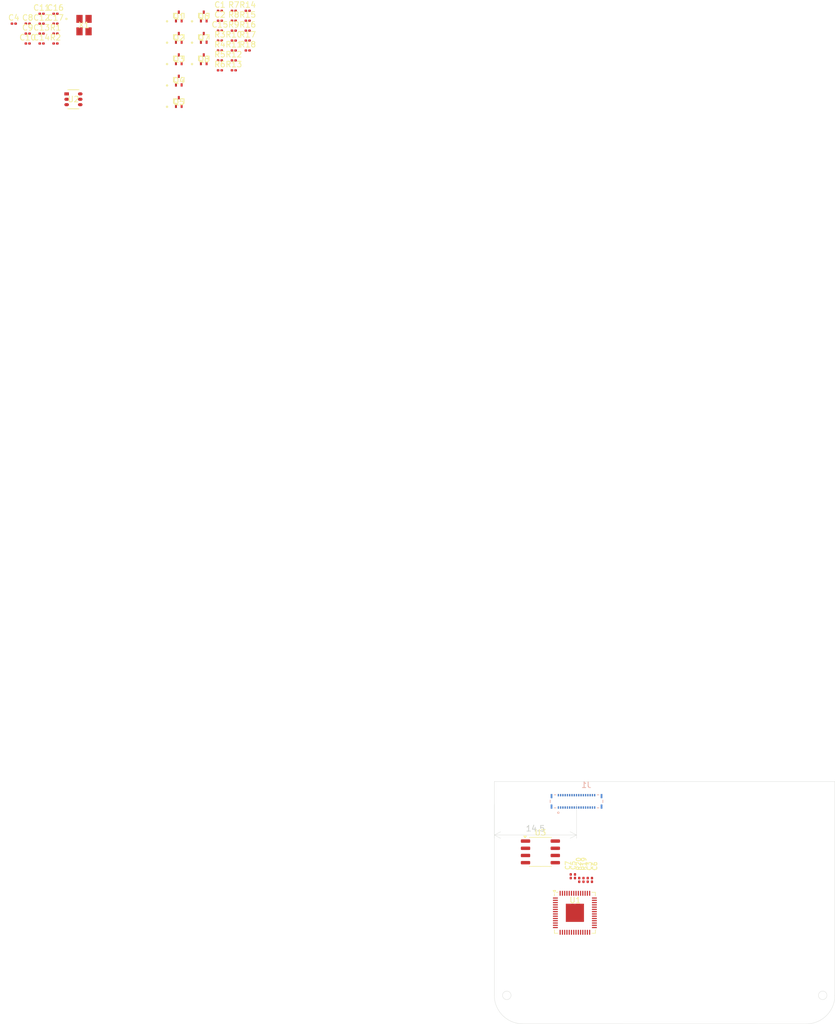
<source format=kicad_pcb>
(kicad_pcb (version 20241229) (generator "pcbnew") (generator_version "9.0")
  (layers (0 "F.Cu" signal) (2 "B.Cu" signal) (13 "F.Paste" user) (15 "B.Paste" user) (5 "F.SilkS" user "F.Silkscreen") (7 "B.SilkS" user "B.Silkscreen") (1 "F.Mask" user) (3 "B.Mask" user) (25 "Edge.Cuts" user))
  (net 0 "")
  (net 1 "GND")
  (net 2 "+1V1")
  (net 3 "KB_BLK_LED_A")
  (net 4 "Net-(U1-XIN)")
  (net 5 "Net-(C17-Pad1)")
  (net 6 "/~{QSPI_CS}")
  (net 7 "Net-(U1-XOUT)")
  (net 8 "/QSPI_SCK")
  (net 33 "/QSPI_SD0")
  (net 35 "/QSPI_SD1")
  (net 37 "/QSPI_SD2")
  (net 39 "/QSPI_SD3")
  (net 45 "/USB_D-")
  (net 47 "Net-(U1-USB_DM)")
  (net 50 "+1V8")
  (net 51 "+2V8")
  (net 52 "KB_BLK_LED_K_3V3")
  (net 53 "KB_BLK_LED_K_1V8")
  (net 54 "PANNEL_BLK_LED_K_1V8")
  (net 55 "PANNEL_BLK_LED_K_3V3")
  (net 56 "TP_BLK_LED_K_3V3")
  (net 57 "TP_BLK_LED_K_1V8")
  (net 58 "TP_SHUTDOWN_1V8")
  (net 59 "TP_SHUTDOWN_3V3")
  (net 60 "TP_MOTION_1V8")
  (net 61 "TP_MOTION_3V3")
  (net 62 "TP_RESET_1V8")
  (net 63 "TP_RESET_3V3")
  (net 64 "TP_SCL_3V3")
  (net 65 "TP_SCL_1V8")
  (net 66 "TP_SDA_3V3")
  (net 67 "TP_SDA_1V8")
  (net 68 "COL3")
  (net 69 "COL2")
  (net 70 "COL1")
  (net 71 "ROW3")
  (net 72 "ROW1")
  (net 74 "ROW2")
  (net 75 "COL6")
  (net 76 "COL4")
  (net 77 "ROW4")
  (net 78 "COL5")
  (net 79 "ROW7")
  (net 80 "ROW6")
  (net 81 "ROW5")
  (net 82 "/USB_D+")
  (net 83 "Net-(U1-USB_DP)")
  (footprint "Resistor_SMD:R_0201_0603Metric" (layer "F.Cu") (at 24.235 -3.58)
    (property "Reference" "R18" (at 0 -1.05 0) (layer "F.SilkS"))
    (property "Value" "10K")
    (pad "1" smd roundrect (at -0.32 0) (size 0.46 0.4) (layers "F.Cu" "F.Mask") (net 3 "KB_BLK_LED_A"))
    (pad "2" smd roundrect (at 0.32 0) (size 0.46 0.4) (layers "F.Cu" "F.Mask") (net 66 "TP_SDA_3V3"))
  )
  (footprint "Capacitor_SMD:C_0201_0603Metric" (layer "F.Cu") (at -12.11 -4.81)
    (property "Reference" "C14" (at 0 -1.05 0) (layer "F.SilkS"))
    (property "Value" "100nF")
    (pad "1" smd roundrect (at -0.32 0) (size 0.46 0.4) (layers "F.Cu" "F.Mask") (net 3 "KB_BLK_LED_A"))
    (pad "2" smd roundrect (at 0.32 0) (size 0.46 0.4) (layers "F.Cu" "F.Mask") (net 1 "GND"))
  )
  (footprint "Capacitor_SMD:C_0201_0603Metric" (layer "F.Cu") (at -12.11 -6.56)
    (property "Reference" "C13" (at 0 -1.05 0) (layer "F.SilkS"))
    (property "Value" "100nF")
    (pad "1" smd roundrect (at -0.32 0) (size 0.46 0.4) (layers "F.Cu" "F.Mask") (net 3 "KB_BLK_LED_A"))
    (pad "2" smd roundrect (at 0.32 0) (size 0.46 0.4) (layers "F.Cu" "F.Mask") (net 1 "GND"))
  )
  (footprint "Resistor_SMD:R_0201_0603Metric" (layer "F.Cu") (at 19.335 -5.33)
    (property "Reference" "R3" (at 0 -1.05 0) (layer "F.SilkS"))
    (property "Value" "10K")
    (pad "1" smd roundrect (at -0.32 0) (size 0.46 0.4) (layers "F.Cu" "F.Mask") (net 3 "KB_BLK_LED_A"))
    (pad "2" smd roundrect (at 0.32 0) (size 0.46 0.4) (layers "F.Cu" "F.Mask") (net 52 "KB_BLK_LED_K_3V3"))
  )
  (footprint "Capacitor_SMD:C_0201_0603Metric" (layer "F.Cu") (at 84.94 142.65 90)
    (property "Reference" "C6" (at 2.44 0.51 270) (layer "F.SilkS") (effects (font (size 0.8 0.8))))
    (property "Value" "1uF")
    (pad "1" smd roundrect (at -0.32 0 90) (size 0.46 0.4) (layers "F.Cu" "F.Mask") (net 3 "KB_BLK_LED_A"))
    (pad "2" smd roundrect (at 0.32 0 90) (size 0.46 0.4) (layers "F.Cu" "F.Mask") (net 1 "GND"))
  )
  (footprint "RE1C002UNTCL:DIO_RB558WMF_ROM" (layer "F.Cu") (at 12.0833 -2.0335)
    (property "Reference" "Q3" (at 0 0 0) (layer "F.SilkS"))
    (property "Value" "RE1C002UNTCL")
    (fp_line (start -0.9271 -0.5588) (end -0.9271 0.249525) (stroke (width 0.1524)) (layer "F.SilkS"))
    (fp_line (start -0.51054 -0.5588) (end -0.9271 -0.5588) (stroke (width 0.1524)) (layer "F.SilkS"))
    (fp_line (start 0.9271 -0.5588) (end 0.51054 -0.5588) (stroke (width 0.1524)) (layer "F.SilkS"))
    (fp_line (start 0.9271 0.249525) (end 0.9271 -0.5588) (stroke (width 0.1524)) (layer "F.SilkS"))
    (fp_circle (center -2.0701 0.8509) (end -1.9431 0.8509) (stroke (width 0.1524)) (fill no) (layer "F.SilkS"))
    (pad "1" smd rect (at -0.499999 0.762) (size 0.3556 0.5842) (layers "F.Cu" "F.Mask" "F.Paste") (net 50 "+1V8"))
    (pad "2" smd rect (at 0.499999 0.762) (size 0.3556 0.5842) (layers "F.Cu" "F.Mask" "F.Paste") (net 57 "TP_BLK_LED_K_1V8"))
    (pad "3" smd rect (at 0 -0.762) (size 0.3556 0.5842) (layers "F.Cu" "F.Mask" "F.Paste") (net 56 "TP_BLK_LED_K_3V3"))
  )
  (footprint "Capacitor_SMD:C_0201_0603Metric" (layer "F.Cu") (at 81.9496 142.005 90)
    (property "Reference" "C5" (at 1.91 -0.318 90) (layer "F.SilkS") (effects (font (size 0.8 0.8))))
    (property "Value" "100nF")
    (pad "1" smd roundrect (at -0.32 0 90) (size 0.46 0.4) (layers "F.Cu" "F.Mask") (net 2 "+1V1"))
    (pad "2" smd roundrect (at 0.32 0 90) (size 0.46 0.4) (layers "F.Cu" "F.Mask") (net 1 "GND"))
  )
  (footprint "Package_SO:SOP-8_3.9x4.9mm_P1.27mm" (layer "F.Cu") (at 75.85 137.71)
    (property "Reference" "U3" (at 0 -3.4 0) (layer "F.SilkS"))
    (property "Value" "GD25Q16ETIGR")
    (fp_line (start 0 -2.56) (end -1.95 -2.56) (stroke (width 0.12)) (layer "F.SilkS"))
    (fp_line (start 0 -2.56) (end 1.95 -2.56) (stroke (width 0.12)) (layer "F.SilkS"))
    (fp_line (start 0 2.56) (end -1.95 2.56) (stroke (width 0.12)) (layer "F.SilkS"))
    (fp_line (start 0 2.56) (end 1.95 2.56) (stroke (width 0.12)) (layer "F.SilkS"))
    (fp_poly (pts (xy -2.7 -2.465) (xy -2.94 -2.795) (xy -2.46 -2.795) (xy -2.7 -2.465)) (stroke (width 0.12)) (fill yes) (layer "F.SilkS"))
    (pad "1" smd roundrect (at -2.625 -1.905) (size 1.65 0.6) (layers "F.Cu" "F.Mask" "F.Paste") (net 6 "/~{QSPI_CS}"))
    (pad "2" smd roundrect (at -2.625 -0.635) (size 1.65 0.6) (layers "F.Cu" "F.Mask" "F.Paste") (net 35 "/QSPI_SD1"))
    (pad "3" smd roundrect (at -2.625 0.635) (size 1.65 0.6) (layers "F.Cu" "F.Mask" "F.Paste") (net 37 "/QSPI_SD2"))
    (pad "4" smd roundrect (at -2.625 1.905) (size 1.65 0.6) (layers "F.Cu" "F.Mask" "F.Paste") (net 1 "GND"))
    (pad "5" smd roundrect (at 2.625 1.905) (size 1.65 0.6) (layers "F.Cu" "F.Mask" "F.Paste") (net 33 "/QSPI_SD0"))
    (pad "6" smd roundrect (at 2.625 0.635) (size 1.65 0.6) (layers "F.Cu" "F.Mask" "F.Paste") (net 8 "/QSPI_SCK"))
    (pad "7" smd roundrect (at 2.625 -0.635) (size 1.65 0.6) (layers "F.Cu" "F.Mask" "F.Paste") (net 39 "/QSPI_SD3"))
    (pad "8" smd roundrect (at 2.625 -1.905) (size 1.65 0.6) (layers "F.Cu" "F.Mask" "F.Paste") (net 3 "KB_BLK_LED_A"))
  )
  (footprint "Capacitor_SMD:C_0201_0603Metric" (layer "F.Cu") (at 19.335 -8.83)
    (property "Reference" "C2" (at 0 -1.05 0) (layer "F.SilkS"))
    (property "Value" "1uF")
    (pad "1" smd roundrect (at -0.32 0) (size 0.46 0.4) (layers "F.Cu" "F.Mask") (net 1 "GND"))
    (pad "2" smd roundrect (at 0.32 0) (size 0.46 0.4) (layers "F.Cu" "F.Mask") (net 50 "+1V8"))
  )
  (footprint "Package_DFN_QFN:QFN-56-1EP_7x7mm_P0.4mm_EP3.2x3.2mm" (layer "F.Cu") (at 81.9325 148.45)
    (property "Reference" "U1" (at 0.0575 -2.22 0) (layer "F.SilkS"))
    (property "Value" "RP2040")
    (fp_line (start -3.61 -2.96) (end -3.61 -3.37) (stroke (width 0.12)) (layer "F.SilkS"))
    (fp_line (start -3.61 3.61) (end -3.61 2.96) (stroke (width 0.12)) (layer "F.SilkS"))
    (fp_line (start -2.96 -3.61) (end -3.31 -3.61) (stroke (width 0.12)) (layer "F.SilkS"))
    (fp_line (start -2.96 3.61) (end -3.61 3.61) (stroke (width 0.12)) (layer "F.SilkS"))
    (fp_line (start 2.96 -3.61) (end 3.61 -3.61) (stroke (width 0.12)) (layer "F.SilkS"))
    (fp_line (start 2.96 3.61) (end 3.61 3.61) (stroke (width 0.12)) (layer "F.SilkS"))
    (fp_line (start 3.61 -3.61) (end 3.61 -2.96) (stroke (width 0.12)) (layer "F.SilkS"))
    (fp_line (start 3.61 3.61) (end 3.61 2.96) (stroke (width 0.12)) (layer "F.SilkS"))
    (fp_poly (pts (xy -3.61 -3.61) (xy -3.85 -3.94) (xy -3.37 -3.94) (xy -3.61 -3.61)) (stroke (width 0.12)) (fill yes) (layer "F.SilkS"))
    (pad "1" smd roundrect (at -3.4375 -2.6) (size 0.875 0.2) (layers "F.Cu" "F.Mask" "F.Paste") (net 3 "KB_BLK_LED_A"))
    (pad "2" smd roundrect (at -3.4375 -2.2) (size 0.875 0.2) (layers "F.Cu" "F.Mask" "F.Paste"))
    (pad "3" smd roundrect (at -3.4375 -1.8) (size 0.875 0.2) (layers "F.Cu" "F.Mask" "F.Paste"))
    (pad "4" smd roundrect (at -3.4375 -1.4) (size 0.875 0.2) (layers "F.Cu" "F.Mask" "F.Paste"))
    (pad "5" smd roundrect (at -3.4375 -1) (size 0.875 0.2) (layers "F.Cu" "F.Mask" "F.Paste"))
    (pad "6" smd roundrect (at -3.4375 -0.6) (size 0.875 0.2) (layers "F.Cu" "F.Mask" "F.Paste"))
    (pad "7" smd roundrect (at -3.4375 -0.2) (size 0.875 0.2) (layers "F.Cu" "F.Mask" "F.Paste"))
    (pad "8" smd roundrect (at -3.4375 0.2) (size 0.875 0.2) (layers "F.Cu" "F.Mask" "F.Paste"))
    (pad "9" smd roundrect (at -3.4375 0.6) (size 0.875 0.2) (layers "F.Cu" "F.Mask" "F.Paste"))
    (pad "10" smd roundrect (at -3.4375 1) (size 0.875 0.2) (layers "F.Cu" "F.Mask" "F.Paste") (net 3 "KB_BLK_LED_A"))
    (pad "11" smd roundrect (at -3.4375 1.4) (size 0.875 0.2) (layers "F.Cu" "F.Mask" "F.Paste"))
    (pad "12" smd roundrect (at -3.4375 1.8) (size 0.875 0.2) (layers "F.Cu" "F.Mask" "F.Paste"))
    (pad "13" smd roundrect (at -3.4375 2.2) (size 0.875 0.2) (layers "F.Cu" "F.Mask" "F.Paste"))
    (pad "14" smd roundrect (at -3.4375 2.6) (size 0.875 0.2) (layers "F.Cu" "F.Mask" "F.Paste"))
    (pad "15" smd roundrect (at -2.6 3.4375) (size 0.2 0.875) (layers "F.Cu" "F.Mask" "F.Paste"))
    (pad "16" smd roundrect (at -2.2 3.4375) (size 0.2 0.875) (layers "F.Cu" "F.Mask" "F.Paste"))
    (pad "17" smd roundrect (at -1.8 3.4375) (size 0.2 0.875) (layers "F.Cu" "F.Mask" "F.Paste"))
    (pad "18" smd roundrect (at -1.4 3.4375) (size 0.2 0.875) (layers "F.Cu" "F.Mask" "F.Paste"))
    (pad "19" smd roundrect (at -1 3.4375) (size 0.2 0.875) (layers "F.Cu" "F.Mask" "F.Paste"))
    (pad "20" smd roundrect (at -0.6 3.4375) (size 0.2 0.875) (layers "F.Cu" "F.Mask" "F.Paste") (net 4 "Net-(U1-XIN)"))
    (pad "21" smd roundrect (at -0.2 3.4375) (size 0.2 0.875) (layers "F.Cu" "F.Mask" "F.Paste") (net 7 "Net-(U1-XOUT)"))
    (pad "22" smd roundrect (at 0.2 3.4375) (size 0.2 0.875) (layers "F.Cu" "F.Mask" "F.Paste") (net 3 "KB_BLK_LED_A"))
    (pad "23" smd roundrect (at 0.6 3.4375) (size 0.2 0.875) (layers "F.Cu" "F.Mask" "F.Paste") (net 2 "+1V1"))
    (pad "24" smd roundrect (at 1 3.4375) (size 0.2 0.875) (layers "F.Cu" "F.Mask" "F.Paste"))
    (pad "25" smd roundrect (at 1.4 3.4375) (size 0.2 0.875) (layers "F.Cu" "F.Mask" "F.Paste"))
    (pad "26" smd roundrect (at 1.8 3.4375) (size 0.2 0.875) (layers "F.Cu" "F.Mask" "F.Paste"))
    (pad "27" smd roundrect (at 2.2 3.4375) (size 0.2 0.875) (layers "F.Cu" "F.Mask" "F.Paste"))
    (pad "28" smd roundrect (at 2.6 3.4375) (size 0.2 0.875) (layers "F.Cu" "F.Mask" "F.Paste"))
    (pad "29" smd roundrect (at 3.4375 2.6) (size 0.875 0.2) (layers "F.Cu" "F.Mask" "F.Paste"))
    (pad "30" smd roundrect (at 3.4375 2.2) (size 0.875 0.2) (layers "F.Cu" "F.Mask" "F.Paste"))
    (pad "31" smd roundrect (at 3.4375 1.8) (size 0.875 0.2) (layers "F.Cu" "F.Mask" "F.Paste"))
    (pad "32" smd roundrect (at 3.4375 1.4) (size 0.875 0.2) (layers "F.Cu" "F.Mask" "F.Paste"))
    (pad "33" smd roundrect (at 3.4375 1) (size 0.875 0.2) (layers "F.Cu" "F.Mask" "F.Paste") (net 3 "KB_BLK_LED_A"))
    (pad "34" smd roundrect (at 3.4375 0.6) (size 0.875 0.2) (layers "F.Cu" "F.Mask" "F.Paste"))
    (pad "35" smd roundrect (at 3.4375 0.2) (size 0.875 0.2) (layers "F.Cu" "F.Mask" "F.Paste"))
    (pad "36" smd roundrect (at 3.4375 -0.2) (size 0.875 0.2) (layers "F.Cu" "F.Mask" "F.Paste"))
    (pad "37" smd roundrect (at 3.4375 -0.6) (size 0.875 0.2) (layers "F.Cu" "F.Mask" "F.Paste"))
    (pad "38" smd roundrect (at 3.4375 -1) (size 0.875 0.2) (layers "F.Cu" "F.Mask" "F.Paste"))
    (pad "39" smd roundrect (at 3.4375 -1.4) (size 0.875 0.2) (layers "F.Cu" "F.Mask" "F.Paste"))
    (pad "40" smd roundrect (at 3.4375 -1.8) (size 0.875 0.2) (layers "F.Cu" "F.Mask" "F.Paste"))
    (pad "41" smd roundrect (at 3.4375 -2.2) (size 0.875 0.2) (layers "F.Cu" "F.Mask" "F.Paste"))
    (pad "42" smd roundrect (at 3.4375 -2.6) (size 0.875 0.2) (layers "F.Cu" "F.Mask" "F.Paste") (net 3 "KB_BLK_LED_A"))
    (pad "43" smd roundrect (at 2.6 -3.4375) (size 0.2 0.875) (layers "F.Cu" "F.Mask" "F.Paste") (net 3 "KB_BLK_LED_A"))
    (pad "44" smd roundrect (at 2.2 -3.4375) (size 0.2 0.875) (layers "F.Cu" "F.Mask" "F.Paste") (net 3 "KB_BLK_LED_A"))
    (pad "45" smd roundrect (at 1.8 -3.4375) (size 0.2 0.875) (layers "F.Cu" "F.Mask" "F.Paste") (net 2 "+1V1"))
    (pad "46" smd roundrect (at 1.4 -3.4375) (size 0.2 0.875) (layers "F.Cu" "F.Mask" "F.Paste") (net 47 "Net-(U1-USB_DM)"))
    (pad "47" smd roundrect (at 1 -3.4375) (size 0.2 0.875) (layers "F.Cu" "F.Mask" "F.Paste") (net 83 "Net-(U1-USB_DP)"))
    (pad "48" smd roundrect (at 0.6 -3.4375) (size 0.2 0.875) (layers "F.Cu" "F.Mask" "F.Paste") (net 3 "KB_BLK_LED_A"))
    (pad "49" smd roundrect (at 0.2 -3.4375) (size 0.2 0.875) (layers "F.Cu" "F.Mask" "F.Paste") (net 3 "KB_BLK_LED_A"))
    (pad "50" smd roundrect (at -0.2 -3.4375) (size 0.2 0.875) (layers "F.Cu" "F.Mask" "F.Paste") (net 2 "+1V1"))
    (pad "51" smd roundrect (at -0.6 -3.4375) (size 0.2 0.875) (layers "F.Cu" "F.Mask" "F.Paste") (net 39 "/QSPI_SD3"))
    (pad "52" smd roundrect (at -1 -3.4375) (size 0.2 0.875) (layers "F.Cu" "F.Mask" "F.Paste") (net 8 "/QSPI_SCK"))
    (pad "53" smd roundrect (at -1.4 -3.4375) (size 0.2 0.875) (layers "F.Cu" "F.Mask" "F.Paste") (net 33 "/QSPI_SD0"))
    (pad "54" smd roundrect (at -1.8 -3.4375) (size 0.2 0.875) (layers "F.Cu" "F.Mask" "F.Paste") (net 37 "/QSPI_SD2"))
    (pad "55" smd roundrect (at -2.2 -3.4375) (size 0.2 0.875) (layers "F.Cu" "F.Mask" "F.Paste") (net 35 "/QSPI_SD1"))
    (pad "56" smd roundrect (at -2.6 -3.4375) (size 0.2 0.875) (layers "F.Cu" "F.Mask" "F.Paste") (net 6 "/~{QSPI_CS}"))
    (pad "57" smd rect (at 0 0) (size 3.2 3.2) (property pad_prop_heatsink) (layers "F.Cu" "F.Mask"))
  )
  (footprint "Resistor_SMD:R_0201_0603Metric" (layer "F.Cu") (at -9.66 -4.81)
    (property "Reference" "R2" (at 0 -1.05 0) (layer "F.SilkS"))
    (property "Value" "1k")
    (pad "1" smd roundrect (at -0.32 0) (size 0.46 0.4) (layers "F.Cu" "F.Mask") (net 5 "Net-(C17-Pad1)"))
    (pad "2" smd roundrect (at 0.32 0) (size 0.46 0.4) (layers "F.Cu" "F.Mask") (net 7 "Net-(U1-XOUT)"))
  )
  (footprint "AP7312-1828W6-7:SOT26_DIO" (layer "F.Cu") (at -6.494799 5.025199)
    (property "Reference" "U2" (at 0 0 0) (layer "F.SilkS"))
    (property "Value" "AP7312-1828W6-7")
    (fp_line (start -0.977 1.676999) (end 0.977 1.676999) (stroke (width 0.1524)) (layer "F.SilkS"))
    (fp_line (start 0.977 -1.676999) (end -0.977 -1.676999) (stroke (width 0.1524)) (layer "F.SilkS"))
    (pad "1" smd rect (at -1.2 -0.950001) (size 0.8 0.55) (layers "F.Cu" "F.Mask" "F.Paste") (net 51 "+2V8"))
    (pad "2" smd oval (at -1.2 0) (size 0.8 0.55) (layers "F.Cu" "F.Mask" "F.Paste") (net 1 "GND"))
    (pad "3" smd oval (at -1.2 0.950001) (size 0.8 0.55) (layers "F.Cu" "F.Mask" "F.Paste") (net 3 "KB_BLK_LED_A"))
    (pad "4" smd oval (at 1.2 0.950001) (size 0.8 0.55) (layers "F.Cu" "F.Mask" "F.Paste") (net 3 "KB_BLK_LED_A"))
    (pad "5" smd oval (at 1.2 0) (size 0.8 0.55) (layers "F.Cu" "F.Mask" "F.Paste") (net 3 "KB_BLK_LED_A"))
    (pad "6" smd oval (at 1.2 -0.950001) (size 0.8 0.55) (layers "F.Cu" "F.Mask" "F.Paste") (net 50 "+1V8"))
  )
  (footprint "Resistor_SMD:R_0201_0603Metric" (layer "F.Cu") (at 24.235 -5.33)
    (property "Reference" "R17" (at 0 -1.05 0) (layer "F.SilkS"))
    (property "Value" "10K")
    (pad "1" smd roundrect (at -0.32 0) (size 0.46 0.4) (layers "F.Cu" "F.Mask") (net 50 "+1V8"))
    (pad "2" smd roundrect (at 0.32 0) (size 0.46 0.4) (layers "F.Cu" "F.Mask") (net 67 "TP_SDA_1V8"))
  )
  (footprint "Resistor_SMD:R_0201_0603Metric" (layer "F.Cu") (at 21.785 -7.08)
    (property "Reference" "R9" (at 0 -1.05 0) (layer "F.SilkS"))
    (property "Value" "10K")
    (pad "1" smd roundrect (at -0.32 0) (size 0.46 0.4) (layers "F.Cu" "F.Mask") (net 50 "+1V8"))
    (pad "2" smd roundrect (at 0.32 0) (size 0.46 0.4) (layers "F.Cu" "F.Mask") (net 58 "TP_SHUTDOWN_1V8"))
  )
  (footprint "Resistor_SMD:R_0201_0603Metric" (layer "F.Cu") (at 19.335 -0.08)
    (property "Reference" "R6" (at 0 -1.05 0) (layer "F.SilkS"))
    (property "Value" "10K")
    (pad "1" smd roundrect (at -0.32 0) (size 0.46 0.4) (layers "F.Cu" "F.Mask") (net 3 "KB_BLK_LED_A"))
    (pad "2" smd roundrect (at 0.32 0) (size 0.46 0.4) (layers "F.Cu" "F.Mask") (net 55 "PANNEL_BLK_LED_K_3V3"))
  )
  (footprint "ABM8-272-T3:ABM8-272-T3_ABR" (layer "F.Cu") (at -4.6302 -8.0508)
    (property "Reference" "X1" (at 0 0 0) (layer "F.SilkS"))
    (property "Value" "ABM8-272-T3")
    (fp_circle (center -3.1016 -1.1) (end -2.9746 -1.1) (stroke (width 0.1524)) (fill no) (layer "F.SilkS"))
    (pad "1" smd rect (at -0.800001 -1.1) (size 1.1 1.4) (layers "F.Cu" "F.Mask" "F.Paste") (net 4 "Net-(U1-XIN)"))
    (pad "2" smd rect (at -0.800001 1.1) (size 1.1 1.4) (layers "F.Cu" "F.Mask" "F.Paste") (net 1 "GND"))
    (pad "3" smd rect (at 0.800001 1.1) (size 1.1 1.4) (layers "F.Cu" "F.Mask" "F.Paste") (net 5 "Net-(C17-Pad1)"))
    (pad "4" smd rect (at 0.800001 -1.1) (size 1.1 1.4) (layers "F.Cu" "F.Mask" "F.Paste") (net 1 "GND"))
  )
  (footprint "Resistor_SMD:R_0201_0603Metric" (layer "F.Cu") (at 21.785 -8.83)
    (property "Reference" "R8" (at 0 -1.05 0) (layer "F.SilkS"))
    (property "Value" "10K")
    (pad "1" smd roundrect (at -0.32 0) (size 0.46 0.4) (layers "F.Cu" "F.Mask") (net 3 "KB_BLK_LED_A"))
    (pad "2" smd roundrect (at 0.32 0) (size 0.46 0.4) (layers "F.Cu" "F.Mask") (net 56 "TP_BLK_LED_K_3V3"))
  )
  (footprint "Resistor_SMD:R_0201_0603Metric" (layer "F.Cu") (at -9.66 -6.56)
    (property "Reference" "R1" (at 0 -1.05 0) (layer "F.SilkS"))
    (property "Value" "10K")
    (pad "1" smd roundrect (at -0.32 0) (size 0.46 0.4) (layers "F.Cu" "F.Mask") (net 3 "KB_BLK_LED_A"))
    (pad "2" smd roundrect (at 0.32 0) (size 0.46 0.4) (layers "F.Cu" "F.Mask") (net 6 "/~{QSPI_CS}"))
  )
  (footprint "Capacitor_SMD:C_0201_0603Metric" (layer "F.Cu") (at 19.335 -7.08)
    (property "Reference" "C15" (at 0 -1.05 0) (layer "F.SilkS"))
    (property "Value" "1uF")
    (pad "1" smd roundrect (at -0.32 0) (size 0.46 0.4) (layers "F.Cu" "F.Mask") (net 1 "GND"))
    (pad "2" smd roundrect (at 0.32 0) (size 0.46 0.4) (layers "F.Cu" "F.Mask") (net 3 "KB_BLK_LED_A"))
  )
  (footprint "Capacitor_SMD:C_0201_0603Metric" (layer "F.Cu") (at -12.11 -10.06)
    (property "Reference" "C11" (at 0 -1.05 0) (layer "F.SilkS"))
    (property "Value" "100nF")
    (pad "1" smd roundrect (at -0.32 0) (size 0.46 0.4) (layers "F.Cu" "F.Mask") (net 3 "KB_BLK_LED_A"))
    (pad "2" smd roundrect (at 0.32 0) (size 0.46 0.4) (layers "F.Cu" "F.Mask") (net 1 "GND"))
  )
  (footprint "Capacitor_SMD:C_0201_0603Metric" (layer "F.Cu") (at -12.11 -8.31)
    (property "Reference" "C12" (at 0 -1.05 0) (layer "F.SilkS"))
    (property "Value" "100nF")
    (pad "1" smd roundrect (at -0.32 0) (size 0.46 0.4) (layers "F.Cu" "F.Mask") (net 3 "KB_BLK_LED_A"))
    (pad "2" smd roundrect (at 0.32 0) (size 0.46 0.4) (layers "F.Cu" "F.Mask") (net 1 "GND"))
  )
  (footprint "RE1C002UNTCL:DIO_RB558WMF_ROM" (layer "F.Cu") (at 16.4869 -9.5707)
    (property "Reference" "Q6" (at 0 0 0) (layer "F.SilkS"))
    (property "Value" "RE1C002UNTCL")
    (fp_line (start -0.9271 -0.5588) (end -0.9271 0.249525) (stroke (width 0.1524)) (layer "F.SilkS"))
    (fp_line (start -0.51054 -0.5588) (end -0.9271 -0.5588) (stroke (width 0.1524)) (layer "F.SilkS"))
    (fp_line (start 0.9271 -0.5588) (end 0.51054 -0.5588) (stroke (width 0.1524)) (layer "F.SilkS"))
    (fp_line (start 0.9271 0.249525) (end 0.9271 -0.5588) (stroke (width 0.1524)) (layer "F.SilkS"))
    (fp_circle (center -2.0701 0.8509) (end -1.9431 0.8509) (stroke (width 0.1524)) (fill no) (layer "F.SilkS"))
    (pad "1" smd rect (at -0.499999 0.762) (size 0.3556 0.5842) (layers "F.Cu" "F.Mask" "F.Paste") (net 50 "+1V8"))
    (pad "2" smd rect (at 0.499999 0.762) (size 0.3556 0.5842) (layers "F.Cu" "F.Mask" "F.Paste") (net 62 "TP_RESET_1V8"))
    (pad "3" smd rect (at 0 -0.762) (size 0.3556 0.5842) (layers "F.Cu" "F.Mask" "F.Paste") (net 63 "TP_RESET_3V3"))
  )
  (footprint "Capacitor_SMD:C_0201_0603Metric" (layer "F.Cu") (at -14.56 -6.56)
    (property "Reference" "C9" (at 0 -1.05 0) (layer "F.SilkS"))
    (property "Value" "100nF")
    (pad "1" smd roundrect (at -0.32 0) (size 0.46 0.4) (layers "F.Cu" "F.Mask") (net 3 "KB_BLK_LED_A"))
    (pad "2" smd roundrect (at 0.32 0) (size 0.46 0.4) (layers "F.Cu" "F.Mask") (net 1 "GND"))
  )
  (footprint "Capacitor_SMD:C_0201_0603Metric" (layer "F.Cu") (at -17.01 -8.31)
    (property "Reference" "C4" (at 0 -1.05 0) (layer "F.SilkS"))
    (property "Value" "100nF")
    (pad "1" smd roundrect (at -0.32 0) (size 0.46 0.4) (layers "F.Cu" "F.Mask") (net 2 "+1V1"))
    (pad "2" smd roundrect (at 0.32 0) (size 0.46 0.4) (layers "F.Cu" "F.Mask") (net 1 "GND"))
  )
  (footprint "Capacitor_SMD:C_0201_0603Metric" (layer "F.Cu") (at -14.56 -8.31)
    (property "Reference" "C8" (at 0 -1.05 0) (layer "F.SilkS"))
    (property "Value" "100nF")
    (pad "1" smd roundrect (at -0.32 0) (size 0.46 0.4) (layers "F.Cu" "F.Mask") (net 3 "KB_BLK_LED_A"))
    (pad "2" smd roundrect (at 0.32 0) (size 0.46 0.4) (layers "F.Cu" "F.Mask") (net 1 "GND"))
  )
  (footprint "RE1C002UNTCL:DIO_RB558WMF_ROM" (layer "F.Cu") (at 12.0833 -5.8021)
    (property "Reference" "Q2" (at 0 0 0) (layer "F.SilkS"))
    (property "Value" "RE1C002UNTCL")
    (fp_line (start -0.9271 -0.5588) (end -0.9271 0.249525) (stroke (width 0.1524)) (layer "F.SilkS"))
    (fp_line (start -0.51054 -0.5588) (end -0.9271 -0.5588) (stroke (width 0.1524)) (layer "F.SilkS"))
    (fp_line (start 0.9271 -0.5588) (end 0.51054 -0.5588) (stroke (width 0.1524)) (layer "F.SilkS"))
    (fp_line (start 0.9271 0.249525) (end 0.9271 -0.5588) (stroke (width 0.1524)) (layer "F.SilkS"))
    (fp_circle (center -2.0701 0.8509) (end -1.9431 0.8509) (stroke (width 0.1524)) (fill no) (layer "F.SilkS"))
    (pad "1" smd rect (at -0.499999 0.762) (size 0.3556 0.5842) (layers "F.Cu" "F.Mask" "F.Paste") (net 50 "+1V8"))
    (pad "2" smd rect (at 0.499999 0.762) (size 0.3556 0.5842) (layers "F.Cu" "F.Mask" "F.Paste") (net 54 "PANNEL_BLK_LED_K_1V8"))
    (pad "3" smd rect (at 0 -0.762) (size 0.3556 0.5842) (layers "F.Cu" "F.Mask" "F.Paste") (net 55 "PANNEL_BLK_LED_K_3V3"))
  )
  (footprint "Resistor_SMD:R_0201_0603Metric" (layer "F.Cu") (at 24.235 -7.08)
    (property "Reference" "R16" (at 0 -1.05 0) (layer "F.SilkS"))
    (property "Value" "10K")
    (pad "1" smd roundrect (at -0.32 0) (size 0.46 0.4) (layers "F.Cu" "F.Mask") (net 3 "KB_BLK_LED_A"))
    (pad "2" smd roundrect (at 0.32 0) (size 0.46 0.4) (layers "F.Cu" "F.Mask") (net 64 "TP_SCL_3V3"))
  )
  (footprint "Resistor_SMD:R_0201_0603Metric" (layer "F.Cu") (at 24.235 -8.83)
    (property "Reference" "R15" (at 0 -1.05 0) (layer "F.SilkS"))
    (property "Value" "10K")
    (pad "1" smd roundrect (at -0.32 0) (size 0.46 0.4) (layers "F.Cu" "F.Mask") (net 50 "+1V8"))
    (pad "2" smd roundrect (at 0.32 0) (size 0.46 0.4) (layers "F.Cu" "F.Mask") (net 65 "TP_SCL_1V8"))
  )
  (footprint "Resistor_SMD:R_0201_0603Metric" (layer "F.Cu") (at 21.785 -10.58)
    (property "Reference" "R7" (at 0 -1.05 0) (layer "F.SilkS"))
    (property "Value" "10K")
    (pad "1" smd roundrect (at -0.32 0) (size 0.46 0.4) (layers "F.Cu" "F.Mask") (net 50 "+1V8"))
    (pad "2" smd roundrect (at 0.32 0) (size 0.46 0.4) (layers "F.Cu" "F.Mask") (net 57 "TP_BLK_LED_K_1V8"))
  )
  (footprint "Resistor_SMD:R_0201_0603Metric" (layer "F.Cu") (at 21.785 -5.33)
    (property "Reference" "R10" (at 0 -1.05 0) (layer "F.SilkS"))
    (property "Value" "10K")
    (pad "1" smd roundrect (at -0.32 0) (size 0.46 0.4) (layers "F.Cu" "F.Mask") (net 3 "KB_BLK_LED_A"))
    (pad "2" smd roundrect (at 0.32 0) (size 0.46 0.4) (layers "F.Cu" "F.Mask") (net 59 "TP_SHUTDOWN_3V3"))
  )
  (footprint "Capacitor_SMD:C_0201_0603Metric" (layer "F.Cu") (at 84.1924 142.65 90)
    (property "Reference" "C3" (at 2.44 0.29 270) (layer "F.SilkS") (effects (font (size 0.8 0.8))))
    (property "Value" "1uF")
    (pad "1" smd roundrect (at -0.32 0 90) (size 0.46 0.4) (layers "F.Cu" "F.Mask") (net 2 "+1V1"))
    (pad "2" smd roundrect (at 0.32 0 90) (size 0.46 0.4) (layers "F.Cu" "F.Mask") (net 1 "GND"))
  )
  (footprint "RE1C002UNTCL:DIO_RB558WMF_ROM" (layer "F.Cu") (at 16.4869 -5.8021)
    (property "Reference" "Q7" (at 0 0 0) (layer "F.SilkS"))
    (property "Value" "RE1C002UNTCL")
    (fp_line (start -0.9271 -0.5588) (end -0.9271 0.249525) (stroke (width 0.1524)) (layer "F.SilkS"))
    (fp_line (start -0.51054 -0.5588) (end -0.9271 -0.5588) (stroke (width 0.1524)) (layer "F.SilkS"))
    (fp_line (start 0.9271 -0.5588) (end 0.51054 -0.5588) (stroke (width 0.1524)) (layer "F.SilkS"))
    (fp_line (start 0.9271 0.249525) (end 0.9271 -0.5588) (stroke (width 0.1524)) (layer "F.SilkS"))
    (fp_circle (center -2.0701 0.8509) (end -1.9431 0.8509) (stroke (width 0.1524)) (fill no) (layer "F.SilkS"))
    (pad "1" smd rect (at -0.499999 0.762) (size 0.3556 0.5842) (layers "F.Cu" "F.Mask" "F.Paste") (net 50 "+1V8"))
    (pad "2" smd rect (at 0.499999 0.762) (size 0.3556 0.5842) (layers "F.Cu" "F.Mask" "F.Paste") (net 65 "TP_SCL_1V8"))
    (pad "3" smd rect (at 0 -0.762) (size 0.3556 0.5842) (layers "F.Cu" "F.Mask" "F.Paste") (net 64 "TP_SCL_3V3"))
  )
  (footprint "Resistor_SMD:R_0201_0603Metric" (layer "F.Cu") (at 82.6972 142.65 90)
    (property "Reference" "R20" (at 2.820953 -0.11 270) (layer "F.SilkS") (effects (font (size 0.8 0.8))))
    (property "Value" "27.4k")
    (pad "1" smd roundrect (at -0.32 0 90) (size 0.46 0.4) (layers "F.Cu" "F.Mask") (net 82 "/USB_D+"))
    (pad "2" smd roundrect (at 0.32 0 90) (size 0.46 0.4) (layers "F.Cu" "F.Mask") (net 83 "Net-(U1-USB_DP)"))
  )
  (footprint "RE1C002UNTCL:DIO_RB558WMF_ROM" (layer "F.Cu") (at 12.0833 5.5037)
    (property "Reference" "Q5" (at 0 0 0) (layer "F.SilkS"))
    (property "Value" "RE1C002UNTCL")
    (fp_line (start -0.9271 -0.5588) (end -0.9271 0.249525) (stroke (width 0.1524)) (layer "F.SilkS"))
    (fp_line (start -0.51054 -0.5588) (end -0.9271 -0.5588) (stroke (width 0.1524)) (layer "F.SilkS"))
    (fp_line (start 0.9271 -0.5588) (end 0.51054 -0.5588) (stroke (width 0.1524)) (layer "F.SilkS"))
    (fp_line (start 0.9271 0.249525) (end 0.9271 -0.5588) (stroke (width 0.1524)) (layer "F.SilkS"))
    (fp_circle (center -2.0701 0.8509) (end -1.9431 0.8509) (stroke (width 0.1524)) (fill no) (layer "F.SilkS"))
    (pad "1" smd rect (at -0.499999 0.762) (size 0.3556 0.5842) (layers "F.Cu" "F.Mask" "F.Paste") (net 50 "+1V8"))
    (pad "2" smd rect (at 0.499999 0.762) (size 0.3556 0.5842) (layers "F.Cu" "F.Mask" "F.Paste") (net 60 "TP_MOTION_1V8"))
    (pad "3" smd rect (at 0 -0.762) (size 0.3556 0.5842) (layers "F.Cu" "F.Mask" "F.Paste") (net 61 "TP_MOTION_3V3"))
  )
  (footprint "Resistor_SMD:R_0201_0603Metric" (layer "F.Cu") (at 21.785 -0.08)
    (property "Reference" "R13" (at 0 -1.05 0) (layer "F.SilkS"))
    (property "Value" "10K")
    (pad "1" smd roundrect (at -0.32 0) (size 0.46 0.4) (layers "F.Cu" "F.Mask") (net 50 "+1V8"))
    (pad "2" smd roundrect (at 0.32 0) (size 0.46 0.4) (layers "F.Cu" "F.Mask") (net 62 "TP_RESET_1V8"))
  )
  (footprint "RE1C002UNTCL:DIO_RB558WMF_ROM" (layer "F.Cu") (at 12.0833 1.7351)
    (property "Reference" "Q4" (at 0 0 0) (layer "F.SilkS"))
    (property "Value" "RE1C002UNTCL")
    (fp_line (start -0.9271 -0.5588) (end -0.9271 0.249525) (stroke (width 0.1524)) (layer "F.SilkS"))
    (fp_line (start -0.51054 -0.5588) (end -0.9271 -0.5588) (stroke (width 0.1524)) (layer "F.SilkS"))
    (fp_line (start 0.9271 -0.5588) (end 0.51054 -0.5588) (stroke (width 0.1524)) (layer "F.SilkS"))
    (fp_line (start 0.9271 0.249525) (end 0.9271 -0.5588) (stroke (width 0.1524)) (layer "F.SilkS"))
    (fp_circle (center -2.0701 0.8509) (end -1.9431 0.8509) (stroke (width 0.1524)) (fill no) (layer "F.SilkS"))
    (pad "1" smd rect (at -0.499999 0.762) (size 0.3556 0.5842) (layers "F.Cu" "F.Mask" "F.Paste") (net 50 "+1V8"))
    (pad "2" smd rect (at 0.499999 0.762) (size 0.3556 0.5842) (layers "F.Cu" "F.Mask" "F.Paste") (net 58 "TP_SHUTDOWN_1V8"))
    (pad "3" smd rect (at 0 -0.762) (size 0.3556 0.5842) (layers "F.Cu" "F.Mask" "F.Paste") (net 59 "TP_SHUTDOWN_3V3"))
  )
  (footprint "RE1C002UNTCL:DIO_RB558WMF_ROM" (layer "F.Cu") (at 16.4869 -2.0335)
    (property "Reference" "Q8" (at 0 0 0) (layer "F.SilkS"))
    (property "Value" "RE1C002UNTCL")
    (fp_line (start -0.9271 -0.5588) (end -0.9271 0.249525) (stroke (width 0.1524)) (layer "F.SilkS"))
    (fp_line (start -0.51054 -0.5588) (end -0.9271 -0.5588) (stroke (width 0.1524)) (layer "F.SilkS"))
    (fp_line (start 0.9271 -0.5588) (end 0.51054 -0.5588) (stroke (width 0.1524)) (layer "F.SilkS"))
    (fp_line (start 0.9271 0.249525) (end 0.9271 -0.5588) (stroke (width 0.1524)) (layer "F.SilkS"))
    (fp_circle (center -2.0701 0.8509) (end -1.9431 0.8509) (stroke (width 0.1524)) (fill no) (layer "F.SilkS"))
    (pad "1" smd rect (at -0.499999 0.762) (size 0.3556 0.5842) (layers "F.Cu" "F.Mask" "F.Paste") (net 50 "+1V8"))
    (pad "2" smd rect (at 0.499999 0.762) (size 0.3556 0.5842) (layers "F.Cu" "F.Mask" "F.Paste") (net 67 "TP_SDA_1V8"))
    (pad "3" smd rect (at 0 -0.762) (size 0.3556 0.5842) (layers "F.Cu" "F.Mask" "F.Paste") (net 66 "TP_SDA_3V3"))
  )
  (footprint "Capacitor_SMD:C_0201_0603Metric" (layer "F.Cu") (at 81.202 142.005 90)
    (property "Reference" "C7" (at 1.91 -0.538 90) (layer "F.SilkS") (effects (font (size 0.8 0.8))))
    (property "Value" "100nF")
    (pad "1" smd roundrect (at -0.32 0 90) (size 0.46 0.4) (layers "F.Cu" "F.Mask") (net 3 "KB_BLK_LED_A"))
    (pad "2" smd roundrect (at 0.32 0 90) (size 0.46 0.4) (layers "F.Cu" "F.Mask") (net 1 "GND"))
  )
  (footprint "Resistor_SMD:R_0201_0603Metric" (layer "F.Cu") (at 19.335 -1.83)
    (property "Reference" "R5" (at 0 -1.05 0) (layer "F.SilkS"))
    (property "Value" "10K")
    (pad "1" smd roundrect (at -0.32 0) (size 0.46 0.4) (layers "F.Cu" "F.Mask") (net 50 "+1V8"))
    (pad "2" smd roundrect (at 0.32 0) (size 0.46 0.4) (layers "F.Cu" "F.Mask") (net 54 "PANNEL_BLK_LED_K_1V8"))
  )
  (footprint "Resistor_SMD:R_0201_0603Metric" (layer "F.Cu") (at 19.335 -3.58)
    (property "Reference" "R4" (at 0 -1.05 0) (layer "F.SilkS"))
    (property "Value" "10K")
    (pad "1" smd roundrect (at -0.32 0) (size 0.46 0.4) (layers "F.Cu" "F.Mask") (net 50 "+1V8"))
    (pad "2" smd roundrect (at 0.32 0) (size 0.46 0.4) (layers "F.Cu" "F.Mask") (net 53 "KB_BLK_LED_K_1V8"))
  )
  (footprint "RE1C002UNTCL:DIO_RB558WMF_ROM" (layer "F.Cu") (at 12.0833 -9.5707)
    (property "Reference" "Q1" (at 0 0 0) (layer "F.SilkS"))
    (property "Value" "RE1C002UNTCL")
    (fp_line (start -0.9271 -0.5588) (end -0.9271 0.249525) (stroke (width 0.1524)) (layer "F.SilkS"))
    (fp_line (start -0.51054 -0.5588) (end -0.9271 -0.5588) (stroke (width 0.1524)) (layer "F.SilkS"))
    (fp_line (start 0.9271 -0.5588) (end 0.51054 -0.5588) (stroke (width 0.1524)) (layer "F.SilkS"))
    (fp_line (start 0.9271 0.249525) (end 0.9271 -0.5588) (stroke (width 0.1524)) (layer "F.SilkS"))
    (fp_circle (center -2.0701 0.8509) (end -1.9431 0.8509) (stroke (width 0.1524)) (fill no) (layer "F.SilkS"))
    (pad "1" smd rect (at -0.499999 0.762) (size 0.3556 0.5842) (layers "F.Cu" "F.Mask" "F.Paste") (net 50 "+1V8"))
    (pad "2" smd rect (at 0.499999 0.762) (size 0.3556 0.5842) (layers "F.Cu" "F.Mask" "F.Paste") (net 53 "KB_BLK_LED_K_1V8"))
    (pad "3" smd rect (at 0 -0.762) (size 0.3556 0.5842) (layers "F.Cu" "F.Mask" "F.Paste") (net 52 "KB_BLK_LED_K_3V3"))
  )
  (footprint "Resistor_SMD:R_0201_0603Metric" (layer "F.Cu") (at 21.785 -1.83)
    (property "Reference" "R12" (at 0 -1.05 0) (layer "F.SilkS"))
    (property "Value" "10K")
    (pad "1" smd roundrect (at -0.32 0) (size 0.46 0.4) (layers "F.Cu" "F.Mask") (net 3 "KB_BLK_LED_A"))
    (pad "2" smd roundrect (at 0.32 0) (size 0.46 0.4) (layers "F.Cu" "F.Mask") (net 61 "TP_MOTION_3V3"))
  )
  (footprint "Capacitor_SMD:C_0201_0603Metric" (layer "F.Cu") (at 19.335 -10.58)
    (property "Reference" "C1" (at 0 -1.05 0) (layer "F.SilkS"))
    (property "Value" "1uF")
    (pad "1" smd roundrect (at -0.32 0) (size 0.46 0.4) (layers "F.Cu" "F.Mask") (net 51 "+2V8"))
    (pad "2" smd roundrect (at 0.32 0) (size 0.46 0.4) (layers "F.Cu" "F.Mask") (net 1 "GND"))
  )
  (footprint "Capacitor_SMD:C_0201_0603Metric" (layer "F.Cu") (at -14.56 -4.81)
    (property "Reference" "C10" (at 0 -1.05 0) (layer "F.SilkS"))
    (property "Value" "100nF")
    (pad "1" smd roundrect (at -0.32 0) (size 0.46 0.4) (layers "F.Cu" "F.Mask") (net 3 "KB_BLK_LED_A"))
    (pad "2" smd roundrect (at 0.32 0) (size 0.46 0.4) (layers "F.Cu" "F.Mask") (net 1 "GND"))
  )
  (footprint "Resistor_SMD:R_0201_0603Metric" (layer "F.Cu") (at 83.4448 142.65 90)
    (property "Reference" "R19" (at 2.820953 0.08 270) (layer "F.SilkS") (effects (font (size 0.8 0.8))))
    (property "Value" "27.4k")
    (pad "1" smd roundrect (at -0.32 0 90) (size 0.46 0.4) (layers "F.Cu" "F.Mask") (net 45 "/USB_D-"))
    (pad "2" smd roundrect (at 0.32 0 90) (size 0.46 0.4) (layers "F.Cu" "F.Mask") (net 47 "Net-(U1-USB_DM)"))
  )
  (footprint "Capacitor_SMD:C_0201_0603Metric" (layer "F.Cu") (at -9.66 -8.31)
    (property "Reference" "C17" (at 0 -1.05 0) (layer "F.SilkS"))
    (property "Value" "15pF")
    (pad "1" smd roundrect (at -0.32 0) (size 0.46 0.4) (layers "F.Cu" "F.Mask") (net 5 "Net-(C17-Pad1)"))
    (pad "2" smd roundrect (at 0.32 0) (size 0.46 0.4) (layers "F.Cu" "F.Mask") (net 1 "GND"))
  )
  (footprint "Resistor_SMD:R_0201_0603Metric" (layer "F.Cu") (at 21.785 -3.58)
    (property "Reference" "R11" (at 0 -1.05 0) (layer "F.SilkS"))
    (property "Value" "10K")
    (pad "1" smd roundrect (at -0.32 0) (size 0.46 0.4) (layers "F.Cu" "F.Mask") (net 50 "+1V8"))
    (pad "2" smd roundrect (at 0.32 0) (size 0.46 0.4) (layers "F.Cu" "F.Mask") (net 60 "TP_MOTION_1V8"))
  )
  (footprint "Capacitor_SMD:C_0201_0603Metric" (layer "F.Cu") (at -9.66 -10.06)
    (property "Reference" "C16" (at 0 -1.05 0) (layer "F.SilkS"))
    (property "Value" "15pF")
    (pad "1" smd roundrect (at -0.32 0) (size 0.46 0.4) (layers "F.Cu" "F.Mask") (net 1 "GND"))
    (pad "2" smd roundrect (at 0.32 0) (size 0.46 0.4) (layers "F.Cu" "F.Mask") (net 4 "Net-(U1-XIN)"))
  )
  (footprint "Resistor_SMD:R_0201_0603Metric" (layer "F.Cu") (at 24.235 -10.58)
    (property "Reference" "R14" (at 0 -1.05 0) (layer "F.SilkS"))
    (property "Value" "10K")
    (pad "1" smd roundrect (at -0.32 0) (size 0.46 0.4) (layers "F.Cu" "F.Mask") (net 3 "KB_BLK_LED_A"))
    (pad "2" smd roundrect (at 0.32 0) (size 0.46 0.4) (layers "F.Cu" "F.Mask") (net 63 "TP_RESET_3V3"))
  )
  (footprint "HIROSE_BM20B_0.8_-34DS-0.4V_53_:HIROSE_BM20B_0.8_-34DS-0.4V_53_" (layer "B.Cu") (at 82.22 128.8 180)
    (property "Reference" "J1" (at -1.715 2.885 0) (layer "B.SilkS") (effects (justify mirror)))
    (property "Value" "BM20B_0.8_-34DS-0.4V_53_")
    (fp_line (start 4.64 -0.23) (end 4.64 0.23) (stroke (width 0.127)) (layer "B.SilkS"))
    (fp_line (start 3.94 1.15) (end 3.635 1.15) (stroke (width 0.127)) (layer "B.SilkS"))
    (fp_line (start 3.94 -1.15) (end 3.635 -1.15) (stroke (width 0.127)) (layer "B.SilkS"))
    (fp_line (start -3.94 1.15) (end -3.635 1.15) (stroke (width 0.127)) (layer "B.SilkS"))
    (fp_line (start -3.94 -1.15) (end -3.635 -1.15) (stroke (width 0.127)) (layer "B.SilkS"))
    (fp_line (start -4.64 -0.23) (end -4.64 0.23) (stroke (width 0.127)) (layer "B.SilkS"))
    (fp_circle (center 3.2 -2) (end 3.3 -2) (stroke (width 0.2)) (fill no) (layer "B.SilkS"))
    (pad "1" smd rect (at 3.2 -1.09 180) (size 0.23 0.42) (layers "B.Cu" "B.Mask") (net 1 "GND"))
    (pad "2" smd rect (at 3.2 1.09 180) (size 0.23 0.42) (layers "B.Cu" "B.Mask") (net 1 "GND"))
    (pad "3" smd rect (at 2.8 -1.09 180) (size 0.23 0.42) (layers "B.Cu" "B.Mask") (net 79 "ROW7"))
    (pad "4" smd rect (at 2.8 1.09 180) (size 0.23 0.42) (layers "B.Cu" "B.Mask") (net 75 "COL6"))
    (pad "5" smd rect (at 2.4 -1.09 180) (size 0.23 0.42) (layers "B.Cu" "B.Mask") (net 80 "ROW6"))
    (pad "6" smd rect (at 2.4 1.09 180) (size 0.23 0.42) (layers "B.Cu" "B.Mask") (net 78 "COL5"))
    (pad "7" smd rect (at 2 -1.09 180) (size 0.23 0.42) (layers "B.Cu" "B.Mask") (net 81 "ROW5"))
    (pad "8" smd rect (at 2 1.09 180) (size 0.23 0.42) (layers "B.Cu" "B.Mask") (net 76 "COL4"))
    (pad "9" smd rect (at 1.6 -1.09 180) (size 0.23 0.42) (layers "B.Cu" "B.Mask") (net 77 "ROW4"))
    (pad "10" smd rect (at 1.6 1.09 180) (size 0.23 0.42) (layers "B.Cu" "B.Mask") (net 68 "COL3"))
    (pad "11" smd rect (at 1.2 -1.09 180) (size 0.23 0.42) (layers "B.Cu" "B.Mask") (net 71 "ROW3"))
    (pad "12" smd rect (at 1.2 1.09 180) (size 0.23 0.42) (layers "B.Cu" "B.Mask") (net 69 "COL2"))
    (pad "13" smd rect (at 0.8 -1.09 180) (size 0.23 0.42) (layers "B.Cu" "B.Mask") (net 74 "ROW2"))
    (pad "14" smd rect (at 0.8 1.09 180) (size 0.23 0.42) (layers "B.Cu" "B.Mask") (net 70 "COL1"))
    (pad "15" smd rect (at 0.4 -1.09 180) (size 0.23 0.42) (layers "B.Cu" "B.Mask") (net 72 "ROW1"))
    (pad "16" smd rect (at 0.4 1.09 180) (size 0.23 0.42) (layers "B.Cu" "B.Mask"))
    (pad "17" smd rect (at 0 -1.09 180) (size 0.23 0.42) (layers "B.Cu" "B.Mask") (net 3 "KB_BLK_LED_A"))
    (pad "18" smd rect (at 0 1.09 180) (size 0.23 0.42) (layers "B.Cu" "B.Mask") (net 60 "TP_MOTION_1V8"))
    (pad "19" smd rect (at -0.4 -1.09 180) (size 0.23 0.42) (layers "B.Cu" "B.Mask") (net 3 "KB_BLK_LED_A"))
    (pad "20" smd rect (at -0.4 1.09 180) (size 0.23 0.42) (layers "B.Cu" "B.Mask") (net 58 "TP_SHUTDOWN_1V8"))
    (pad "21" smd rect (at -0.8 -1.09 180) (size 0.23 0.42) (layers "B.Cu" "B.Mask") (net 53 "KB_BLK_LED_K_1V8"))
    (pad "22" smd rect (at -0.8 1.09 180) (size 0.23 0.42) (layers "B.Cu" "B.Mask") (net 65 "TP_SCL_1V8"))
    (pad "23" smd rect (at -1.2 -1.09 180) (size 0.23 0.42) (layers "B.Cu" "B.Mask") (net 53 "KB_BLK_LED_K_1V8"))
    (pad "24" smd rect (at -1.2 1.09 180) (size 0.23 0.42) (layers "B.Cu" "B.Mask") (net 67 "TP_SDA_1V8"))
    (pad "25" smd rect (at -1.6 -1.09 180) (size 0.23 0.42) (layers "B.Cu" "B.Mask") (net 53 "KB_BLK_LED_K_1V8"))
    (pad "26" smd rect (at -1.6 1.09 180) (size 0.23 0.42) (layers "B.Cu" "B.Mask") (net 50 "+1V8"))
    (pad "27" smd rect (at -2 -1.09 180) (size 0.23 0.42) (layers "B.Cu" "B.Mask") (net 53 "KB_BLK_LED_K_1V8"))
    (pad "28" smd rect (at -2 1.09 180) (size 0.23 0.42) (layers "B.Cu" "B.Mask") (net 57 "TP_BLK_LED_K_1V8"))
    (pad "29" smd rect (at -2.4 -1.09 180) (size 0.23 0.42) (layers "B.Cu" "B.Mask") (net 54 "PANNEL_BLK_LED_K_1V8"))
    (pad "30" smd rect (at -2.4 1.09 180) (size 0.23 0.42) (layers "B.Cu" "B.Mask") (net 51 "+2V8"))
    (pad "31" smd rect (at -2.8 -1.09 180) (size 0.23 0.42) (layers "B.Cu" "B.Mask") (net 54 "PANNEL_BLK_LED_K_1V8"))
    (pad "32" smd rect (at -2.8 1.09 180) (size 0.23 0.42) (layers "B.Cu" "B.Mask") (net 62 "TP_RESET_1V8"))
    (pad "33" smd rect (at -3.2 -1.09 180) (size 0.23 0.42) (layers "B.Cu" "B.Mask") (net 1 "GND"))
    (pad "34" smd rect (at -3.2 1.09 180) (size 0.23 0.42) (layers "B.Cu" "B.Mask") (net 1 "GND"))
    (pad "S1" smd rect (at 4.41 -0.925 180) (size 0.3 0.75) (layers "B.Cu" "B.Mask" "B.Paste"))
    (pad "S2" smd rect (at 4.41 0.925 180) (size 0.3 0.75) (layers "B.Cu" "B.Mask" "B.Paste"))
    (pad "S3" smd rect (at -4.41 -0.925 180) (size 0.3 0.75) (layers "B.Cu" "B.Mask" "B.Paste"))
    (pad "S4" smd rect (at -4.41 0.925 180) (size 0.3 0.75) (layers "B.Cu" "B.Mask" "B.Paste"))
  )
  (gr_line (start 97.775 125.3) (end 127.775 125.3) (stroke (width 0.05)) (layer "Edge.Cuts"))
  (gr_circle (center 69.925 163) (end 69.175 163) (stroke (width 0.05)) (fill no) (layer "Edge.Cuts"))
  (gr_line (start 127.775 125.3) (end 127.775 163) (stroke (width 0.05)) (layer "Edge.Cuts"))
  (gr_line (start 67.72 125.29) (end 67.775 125.3) (stroke (width 0.05)) (layer "Edge.Cuts"))
  (gr_circle (center 125.625 163) (end 126.375 163) (stroke (width 0.05)) (fill no) (layer "Edge.Cuts"))
  (gr_line (start 72.75 168.02) (end 122.745 168.03) (stroke (width 0.05)) (layer "Edge.Cuts"))
  (gr_arc (start 127.775 163) (mid 126.301747 166.556747) (end 122.745 168.03) (stroke (width 0.05)) (layer "Edge.Cuts"))
  (gr_arc (start 72.75 168.02) (mid 69.193253 166.546747) (end 67.72 162.99) (stroke (width 0.05)) (layer "Edge.Cuts"))
  (gr_line (start 67.72 125.29) (end 67.72 162.99) (stroke (width 0.05)) (layer "Edge.Cuts"))
  (gr_line (start 97.775 125.3) (end 67.775 125.3) (stroke (width 0.05)) (layer "Edge.Cuts"))
  (dimension (type orthogonal) (layer "Edge.Cuts") (pts (xy 67.72 128.8) (xy 82.22 128.8)) (height 5.94) (orientation 0) (format (prefix "") (suffix "") (units 3) (units_format 0) (precision 4) (suppress_zeroes yes)) (style (thickness 0.05) (arrow_length 1.27) (text_position_mode 0) (arrow_direction outward) (extension_height 0.58642) (extension_offset 0.5) (keep_text_aligned yes)) (gr_text "14.5" (at 74.97 133.59 0) (layer "Edge.Cuts") (effects (font (size 1 1) (thickness 0.15)))))
)
</source>
